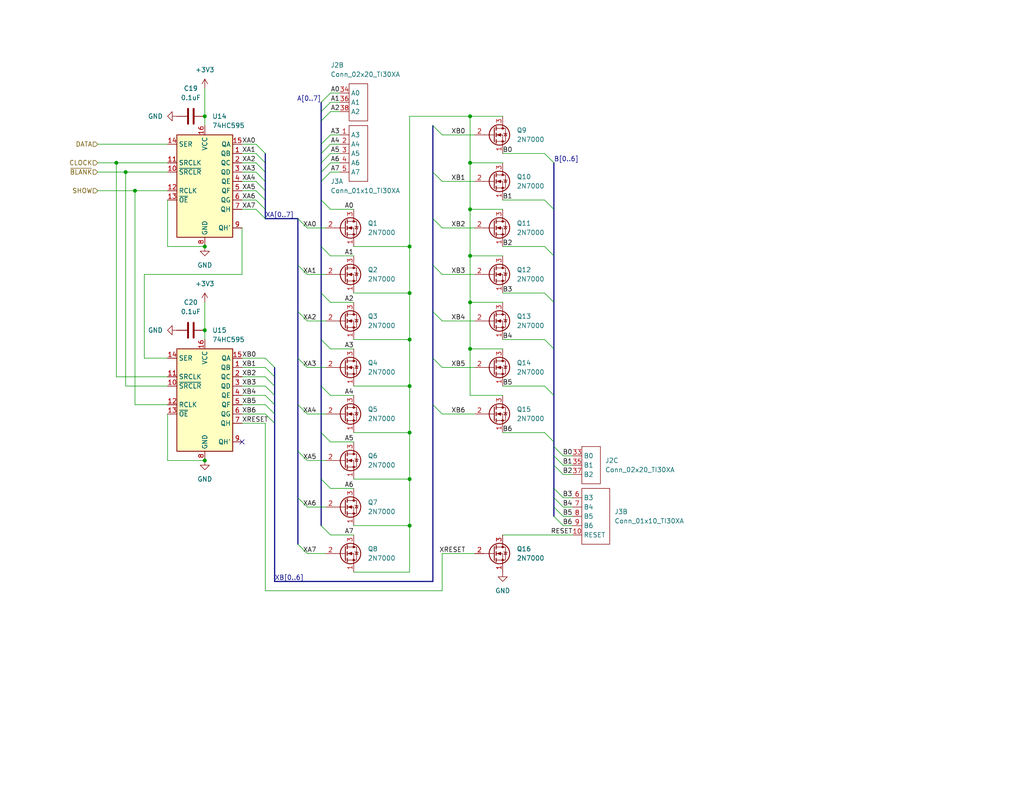
<source format=kicad_sch>
(kicad_sch (version 20211123) (generator eeschema)
  (paper "USLetter")
  (lib_symbols
    (symbol "74xx:74HC595"
      (property "Reference" "U" (at -7.62 13.97 0))
      (property "Value" "74HC595" (at -7.62 -16.51 0))
      (symbol "74HC595_1_0"
        (pin tri_state line (at 10.16 7.62 180) (length 2.54) (name "QB") (number "1"))
        (pin input line (at -10.16 2.54 0) (length 2.54) (name "~{SRCLR}") (number "10"))
        (pin input line (at -10.16 5.08 0) (length 2.54) (name "SRCLK") (number "11"))
        (pin input line (at -10.16 -2.54 0) (length 2.54) (name "RCLK") (number "12"))
        (pin input line (at -10.16 -5.08 0) (length 2.54) (name "~{OE}") (number "13"))
        (pin input line (at -10.16 10.16 0) (length 2.54) (name "SER") (number "14"))
        (pin tri_state line (at 10.16 10.16 180) (length 2.54) (name "QA") (number "15"))
        (pin power_in line (at 0 15.24 270) (length 2.54) (name "VCC") (number "16"))
        (pin tri_state line (at 10.16 5.08 180) (length 2.54) (name "QC") (number "2"))
        (pin tri_state line (at 10.16 2.54 180) (length 2.54) (name "QD") (number "3"))
        (pin tri_state line (at 10.16 0 180) (length 2.54) (name "QE") (number "4"))
        (pin tri_state line (at 10.16 -2.54 180) (length 2.54) (name "QF") (number "5"))
        (pin tri_state line (at 10.16 -5.08 180) (length 2.54) (name "QG") (number "6"))
        (pin tri_state line (at 10.16 -7.62 180) (length 2.54) (name "QH") (number "7"))
        (pin power_in line (at 0 -17.78 90) (length 2.54) (name "GND") (number "8"))
        (pin output line (at 10.16 -12.7 180) (length 2.54) (name "QH'") (number "9"))
      )
      (symbol "74HC595_1_1"
        (rectangle (start -7.62 12.7) (end 7.62 -15.24) (stroke (width 0.254)) (fill (type background)))
      )
    )
    (symbol "Device:C" (pin_numbers hide) (pin_names (offset 0.254))
      (property "Reference" "C" (at 0.635 2.54 0))
      (property "Value" "C" (at 0.635 -2.54 0))
      (symbol "C_0_1"
        (polyline (pts (xy -2.032 -0.762) (xy 2.032 -0.762)) (stroke (width 0.508)))
        (polyline (pts (xy -2.032 0.762) (xy 2.032 0.762)) (stroke (width 0.508)))
      )
      (symbol "C_1_1"
        (pin passive line (at 0 3.81 270) (length 2.794) (name "~") (number "1"))
        (pin passive line (at 0 -3.81 90) (length 2.794) (name "~") (number "2"))
      )
    )
    (symbol "Transistor_FET:2N7000" (pin_names hide)
      (property "Reference" "Q" (at 5.08 1.905 0))
      (property "Value" "2N7000" (at 5.08 0 0))
      (symbol "2N7000_0_1"
        (polyline (pts (xy 0.254 0) (xy -2.54 0)))
        (polyline (pts (xy 0.254 1.905) (xy 0.254 -1.905)) (stroke (width 0.254)))
        (polyline (pts (xy 0.762 -1.27) (xy 0.762 -2.286)) (stroke (width 0.254)))
        (polyline (pts (xy 0.762 0.508) (xy 0.762 -0.508)) (stroke (width 0.254)))
        (polyline (pts (xy 0.762 2.286) (xy 0.762 1.27)) (stroke (width 0.254)))
        (polyline (pts (xy 2.54 2.54) (xy 2.54 1.778)))
        (polyline (pts (xy 2.54 -2.54) (xy 2.54 0) (xy 0.762 0)))
        (polyline (pts (xy 0.762 -1.778) (xy 3.302 -1.778) (xy 3.302 1.778) (xy 0.762 1.778)))
        (polyline (pts (xy 1.016 0) (xy 2.032 0.381) (xy 2.032 -0.381) (xy 1.016 0)) (fill (type outline)))
        (polyline (pts (xy 2.794 0.508) (xy 2.921 0.381) (xy 3.683 0.381) (xy 3.81 0.254)))
        (polyline (pts (xy 3.302 0.381) (xy 2.921 -0.254) (xy 3.683 -0.254) (xy 3.302 0.381)))
        (circle (center 1.651 0) (radius 2.794) (stroke (width 0.254)))
        (circle (center 2.54 -1.778) (radius 0.254) (fill (type outline)))
        (circle (center 2.54 1.778) (radius 0.254) (fill (type outline)))
      )
      (symbol "2N7000_1_1"
        (pin passive line (at 2.54 -5.08 90) (length 2.54) (name "S") (number "1"))
        (pin input line (at -5.08 0 0) (length 2.54) (name "G") (number "2"))
        (pin passive line (at 2.54 5.08 270) (length 2.54) (name "D") (number "3"))
      )
    )
    (symbol "custom_connetors:Conn_01x10_TI30XA"
      (property "Reference" "J" (at 5.08 3.81 0))
      (property "Value" "Conn_01x10_TI30XA" (at 13.97 6.35 0))
      (symbol "Conn_01x10_TI30XA_1_1"
        (rectangle (start -2.54 -7.62) (end 2.54 7.62))
        (pin input line (at -5.08 5.08 0) (length 2.54) (name "A3") (number "1"))
        (pin input line (at -5.08 2.54 0) (length 2.54) (name "A4") (number "2"))
        (pin input line (at -5.08 0 0) (length 2.54) (name "A5") (number "3"))
        (pin input line (at -5.08 -2.54 0) (length 2.54) (name "A6") (number "4"))
        (pin input line (at -5.08 -5.08 0) (length 2.54) (name "A7") (number "5"))
      )
      (symbol "Conn_01x10_TI30XA_2_1"
        (rectangle (start -3.81 7.62) (end 3.81 -7.62))
        (pin input line (at -6.35 -5.08 0) (length 2.54) (name "RESET") (number "10"))
        (pin input line (at -6.35 5.08 0) (length 2.54) (name "B3") (number "6"))
        (pin input line (at -6.35 2.54 0) (length 2.54) (name "B4") (number "7"))
        (pin input line (at -6.35 0 0) (length 2.54) (name "B5") (number "8"))
        (pin input line (at -6.35 -2.54 0) (length 2.54) (name "B6") (number "9"))
      )
    )
    (symbol "custom_connetors:Conn_02x20_TI30XA"
      (property "Reference" "J" (at -24.13 5.08 0))
      (property "Value" "Conn_02x20_TI30XA" (at -15.24 7.62 0))
      (symbol "Conn_02x20_TI30XA_1_1"
        (rectangle (start -2.54 6.35) (end 2.54 -6.35))
        (pin power_in line (at 0 8.89 270) (length 2.54) (name "B+") (number "39"))
        (pin power_in line (at 0 -8.89 90) (length 2.54) (name "GND") (number "40"))
      )
      (symbol "Conn_02x20_TI30XA_2_1"
        (rectangle (start -2.54 5.08) (end 2.54 -5.08))
        (pin input line (at -5.08 2.54 0) (length 2.54) (name "A0") (number "34"))
        (pin input line (at -5.08 0 0) (length 2.54) (name "A1") (number "36"))
        (pin input line (at -5.08 -2.54 0) (length 2.54) (name "A2") (number "38"))
      )
      (symbol "Conn_02x20_TI30XA_3_1"
        (rectangle (start -2.54 5.08) (end 2.54 -5.08))
        (pin input line (at -5.08 2.54 0) (length 2.54) (name "B0") (number "33"))
        (pin input line (at -5.08 0 0) (length 2.54) (name "B1") (number "35"))
        (pin input line (at -5.08 -2.54 0) (length 2.54) (name "B2") (number "37"))
      )
      (symbol "Conn_02x20_TI30XA_4_1"
        (rectangle (start 5.08 43.18) (end -5.08 -43.18))
        (pin output line (at 7.62 -38.1 180) (length 2.54) (name "LCD_31") (number "1"))
        (pin output line (at 7.62 -20.32 180) (length 2.54) (name "LCD_24") (number "10"))
        (pin output line (at 7.62 -12.7 180) (length 2.54) (name "LCD_21") (number "11"))
        (pin output line (at 7.62 -15.24 180) (length 2.54) (name "LCD_22") (number "12"))
        (pin output line (at 7.62 -7.62 180) (length 2.54) (name "LCD_19") (number "13"))
        (pin output line (at 7.62 -10.16 180) (length 2.54) (name "LCD_20") (number "14"))
        (pin output line (at 7.62 -2.54 180) (length 2.54) (name "LCD_17") (number "15"))
        (pin output line (at 7.62 -5.08 180) (length 2.54) (name "LCD_18") (number "16"))
        (pin output line (at 7.62 2.54 180) (length 2.54) (name "LCD_15") (number "17"))
        (pin output line (at 7.62 0 180) (length 2.54) (name "LCD_16") (number "18"))
        (pin output line (at 7.62 7.62 180) (length 2.54) (name "LCD_13") (number "19"))
        (pin output line (at 7.62 -40.64 180) (length 2.54) (name "LCD_32") (number "2"))
        (pin output line (at 7.62 5.08 180) (length 2.54) (name "LCD_14") (number "20"))
        (pin output line (at 7.62 12.7 180) (length 2.54) (name "LCD_11") (number "21"))
        (pin output line (at 7.62 10.16 180) (length 2.54) (name "LCD_12") (number "22"))
        (pin output line (at 7.62 17.78 180) (length 2.54) (name "LCD_9") (number "23"))
        (pin output line (at 7.62 15.24 180) (length 2.54) (name "LCD_10") (number "24"))
        (pin output line (at 7.62 22.86 180) (length 2.54) (name "LCD_7") (number "25"))
        (pin output line (at 7.62 20.32 180) (length 2.54) (name "LCD_8") (number "26"))
        (pin output line (at 7.62 27.94 180) (length 2.54) (name "LCD_5") (number "27"))
        (pin output line (at 7.62 25.4 180) (length 2.54) (name "LCD_6") (number "28"))
        (pin output line (at 7.62 35.56 180) (length 2.54) (name "LCD_3(A)") (number "29"))
        (pin output line (at 7.62 -33.02 180) (length 2.54) (name "LCD_29") (number "3"))
        (pin output line (at 7.62 33.02 180) (length 2.54) (name "LCD_4(B)") (number "30"))
        (pin output line (at 7.62 40.64 180) (length 2.54) (name "LCD_1(D)") (number "31"))
        (pin output line (at 7.62 38.1 180) (length 2.54) (name "LCD_2(C)") (number "32"))
        (pin output line (at 7.62 -35.56 180) (length 2.54) (name "LCD_30") (number "4"))
        (pin output line (at 7.62 -27.94 180) (length 2.54) (name "LCD_27") (number "5"))
        (pin output line (at 7.62 -30.48 180) (length 2.54) (name "LCD_28") (number "6"))
        (pin output line (at 7.62 -22.86 180) (length 2.54) (name "LCD_25") (number "7"))
        (pin output line (at 7.62 -25.4 180) (length 2.54) (name "LCD_26") (number "8"))
        (pin output line (at 7.62 -17.78 180) (length 2.54) (name "LCD_23") (number "9"))
      )
    )
    (symbol "power:+3V3" (power) (pin_names (offset 0))
      (property "Value" "+3V3" (at 0 3.556 0))
      (symbol "+3V3_0_1"
        (polyline (pts (xy -0.762 1.27) (xy 0 2.54)))
        (polyline (pts (xy 0 0) (xy 0 2.54)))
        (polyline (pts (xy 0 2.54) (xy 0.762 1.27)))
      )
      (symbol "+3V3_1_1"
        (pin power_in line (at 0 0 90) (length 0) hide (name "+3V3") (number "1"))
      )
    )
    (symbol "power:GND" (power) (pin_names (offset 0))
      (property "Value" "GND" (at 0 -3.81 0))
      (symbol "GND_0_1"
        (polyline (pts (xy 0 0) (xy 0 -1.27) (xy 1.27 -1.27) (xy 0 -2.54) (xy -1.27 -1.27) (xy 0 -1.27)))
      )
      (symbol "GND_1_1"
        (pin power_in line (at 0 0 270) (length 0) hide (name "GND") (number "1"))
      )
    )
  )
  (junction (at 111.76 105.41))
  (junction (at 36.83 52.07))
  (junction (at 128.27 95.25))
  (junction (at 111.76 130.81))
  (junction (at 111.76 118.11))
  (junction (at 34.29 46.99))
  (junction (at 128.27 31.75))
  (junction (at 111.76 67.31))
  (junction (at 128.27 69.85))
  (junction (at 128.27 57.15))
  (junction (at 128.27 44.45))
  (junction (at 111.76 143.51))
  (junction (at 111.76 92.71))
  (junction (at 55.88 31.75))
  (junction (at 55.88 67.31))
  (junction (at 55.88 90.17))
  (junction (at 55.88 125.73))
  (junction (at 128.27 82.55))
  (junction (at 31.75 44.45))
  (junction (at 111.76 80.01))
  (no_connect (at 66.04 120.65))
  (bus_entry (at 148.59 41.91) (size 2.54 2.54))
  (bus_entry (at 148.59 54.61) (size 2.54 2.54))
  (bus_entry (at 148.59 67.31) (size 2.54 2.54))
  (bus_entry (at 148.59 105.41) (size 2.54 2.54))
  (bus_entry (at 148.59 92.71) (size 2.54 2.54))
  (bus_entry (at 148.59 118.11) (size 2.54 2.54))
  (bus_entry (at 148.59 80.01) (size 2.54 2.54))
  (bus_entry (at 83.82 151.13) (size -2.54 -2.54))
  (bus_entry (at 83.82 62.23) (size -2.54 -2.54))
  (bus_entry (at 83.82 100.33) (size -2.54 -2.54))
  (bus_entry (at 83.82 74.93) (size -2.54 -2.54))
  (bus_entry (at 83.82 87.63) (size -2.54 -2.54))
  (bus_entry (at 83.82 138.43) (size -2.54 -2.54))
  (bus_entry (at 83.82 125.73) (size -2.54 -2.54))
  (bus_entry (at 83.82 113.03) (size -2.54 -2.54))
  (bus_entry (at 90.17 36.83) (size -2.54 2.54))
  (bus_entry (at 153.67 138.43) (size -2.54 -2.54))
  (bus_entry (at 153.67 135.89) (size -2.54 -2.54))
  (bus_entry (at 153.67 124.46) (size -2.54 -2.54))
  (bus_entry (at 153.67 127) (size -2.54 -2.54))
  (bus_entry (at 153.67 129.54) (size -2.54 -2.54))
  (bus_entry (at 153.67 140.97) (size -2.54 -2.54))
  (bus_entry (at 153.67 143.51) (size -2.54 -2.54))
  (bus_entry (at 69.85 41.91) (size 2.54 2.54))
  (bus_entry (at 90.17 30.48) (size -2.54 2.54))
  (bus_entry (at 72.39 102.87) (size 2.54 2.54))
  (bus_entry (at 72.39 97.79) (size 2.54 2.54))
  (bus_entry (at 90.17 44.45) (size -2.54 2.54))
  (bus_entry (at 69.85 54.61) (size 2.54 2.54))
  (bus_entry (at 118.11 34.29) (size 2.54 2.54))
  (bus_entry (at 118.11 59.69) (size 2.54 2.54))
  (bus_entry (at 118.11 46.99) (size 2.54 2.54))
  (bus_entry (at 118.11 110.49) (size 2.54 2.54))
  (bus_entry (at 118.11 97.79) (size 2.54 2.54))
  (bus_entry (at 118.11 72.39) (size 2.54 2.54))
  (bus_entry (at 118.11 85.09) (size 2.54 2.54))
  (bus_entry (at 72.39 110.49) (size 2.54 2.54))
  (bus_entry (at 72.39 105.41) (size 2.54 2.54))
  (bus_entry (at 69.85 39.37) (size 2.54 2.54))
  (bus_entry (at 72.39 107.95) (size 2.54 2.54))
  (bus_entry (at 72.39 100.33) (size 2.54 2.54))
  (bus_entry (at 69.85 52.07) (size 2.54 2.54))
  (bus_entry (at 90.17 46.99) (size -2.54 2.54))
  (bus_entry (at 69.85 44.45) (size 2.54 2.54))
  (bus_entry (at 72.39 113.03) (size 2.54 2.54))
  (bus_entry (at 90.17 39.37) (size -2.54 2.54))
  (bus_entry (at 90.17 41.91) (size -2.54 2.54))
  (bus_entry (at 69.85 57.15) (size 2.54 2.54))
  (bus_entry (at 69.85 46.99) (size 2.54 2.54))
  (bus_entry (at 69.85 49.53) (size 2.54 2.54))
  (bus_entry (at 87.63 143.51) (size 2.54 2.54))
  (bus_entry (at 87.63 67.31) (size 2.54 2.54))
  (bus_entry (at 87.63 80.01) (size 2.54 2.54))
  (bus_entry (at 87.63 105.41) (size 2.54 2.54))
  (bus_entry (at 87.63 54.61) (size 2.54 2.54))
  (bus_entry (at 87.63 92.71) (size 2.54 2.54))
  (bus_entry (at 87.63 130.81) (size 2.54 2.54))
  (bus_entry (at 87.63 118.11) (size 2.54 2.54))
  (bus_entry (at 90.17 27.94) (size -2.54 2.54))
  (bus_entry (at 90.17 25.4) (size -2.54 2.54))
  (wire (pts (xy 128.27 44.45) (xy 128.27 57.15)))
  (wire (pts (xy 153.67 143.51) (xy 156.21 143.51)))
  (wire (pts (xy 90.17 39.37) (xy 92.71 39.37)))
  (wire (pts (xy 111.76 31.75) (xy 111.76 67.31)))
  (bus (pts (xy 151.13 95.25) (xy 151.13 82.55)))
  (wire (pts (xy 90.17 46.99) (xy 92.71 46.99)))
  (wire (pts (xy 128.27 57.15) (xy 128.27 69.85)))
  (bus (pts (xy 87.63 39.37) (xy 87.63 41.91)))
  (wire (pts (xy 55.88 90.17) (xy 55.88 92.71)))
  (wire (pts (xy 137.16 41.91) (xy 148.59 41.91)))
  (wire (pts (xy 26.67 46.99) (xy 34.29 46.99)))
  (wire (pts (xy 90.17 41.91) (xy 92.71 41.91)))
  (wire (pts (xy 96.52 92.71) (xy 111.76 92.71)))
  (bus (pts (xy 72.39 46.99) (xy 72.39 49.53)))
  (bus (pts (xy 151.13 133.35) (xy 151.13 135.89)))
  (wire (pts (xy 90.17 146.05) (xy 96.52 146.05)))
  (wire (pts (xy 111.76 118.11) (xy 111.76 105.41)))
  (wire (pts (xy 83.82 113.03) (xy 88.9 113.03)))
  (wire (pts (xy 128.27 57.15) (xy 137.16 57.15)))
  (bus (pts (xy 81.28 72.39) (xy 81.28 85.09)))
  (wire (pts (xy 90.17 69.85) (xy 96.52 69.85)))
  (wire (pts (xy 83.82 125.73) (xy 88.9 125.73)))
  (bus (pts (xy 151.13 127) (xy 151.13 133.35)))
  (bus (pts (xy 72.39 54.61) (xy 72.39 57.15)))
  (wire (pts (xy 55.88 24.13) (xy 55.88 31.75)))
  (wire (pts (xy 137.16 118.11) (xy 148.59 118.11)))
  (bus (pts (xy 151.13 138.43) (xy 151.13 140.97)))
  (wire (pts (xy 66.04 113.03) (xy 72.39 113.03)))
  (bus (pts (xy 72.39 44.45) (xy 72.39 46.99)))
  (bus (pts (xy 118.11 59.69) (xy 118.11 72.39)))
  (wire (pts (xy 90.17 57.15) (xy 96.52 57.15)))
  (wire (pts (xy 31.75 102.87) (xy 31.75 44.45)))
  (bus (pts (xy 118.11 97.79) (xy 118.11 110.49)))
  (wire (pts (xy 55.88 31.75) (xy 55.88 34.29)))
  (wire (pts (xy 90.17 44.45) (xy 92.71 44.45)))
  (bus (pts (xy 81.28 123.19) (xy 81.28 135.89)))
  (bus (pts (xy 74.93 102.87) (xy 74.93 105.41)))
  (bus (pts (xy 81.28 135.89) (xy 81.28 148.59)))
  (bus (pts (xy 151.13 135.89) (xy 151.13 138.43)))
  (bus (pts (xy 81.28 85.09) (xy 81.28 97.79)))
  (wire (pts (xy 66.04 46.99) (xy 69.85 46.99)))
  (wire (pts (xy 66.04 100.33) (xy 72.39 100.33)))
  (wire (pts (xy 96.52 118.11) (xy 111.76 118.11)))
  (wire (pts (xy 55.88 82.55) (xy 55.88 90.17)))
  (wire (pts (xy 120.65 100.33) (xy 129.54 100.33)))
  (bus (pts (xy 118.11 46.99) (xy 118.11 59.69)))
  (wire (pts (xy 45.72 105.41) (xy 34.29 105.41)))
  (wire (pts (xy 34.29 46.99) (xy 45.72 46.99)))
  (wire (pts (xy 128.27 69.85) (xy 128.27 82.55)))
  (wire (pts (xy 26.67 44.45) (xy 31.75 44.45)))
  (wire (pts (xy 39.37 74.93) (xy 39.37 97.79)))
  (bus (pts (xy 72.39 52.07) (xy 72.39 54.61)))
  (wire (pts (xy 90.17 133.35) (xy 96.52 133.35)))
  (bus (pts (xy 118.11 85.09) (xy 118.11 97.79)))
  (wire (pts (xy 34.29 105.41) (xy 34.29 46.99)))
  (bus (pts (xy 87.63 118.11) (xy 87.63 130.81)))
  (bus (pts (xy 151.13 69.85) (xy 151.13 57.15)))
  (wire (pts (xy 90.17 27.94) (xy 92.71 27.94)))
  (wire (pts (xy 120.65 87.63) (xy 129.54 87.63)))
  (bus (pts (xy 87.63 92.71) (xy 87.63 105.41)))
  (wire (pts (xy 66.04 102.87) (xy 72.39 102.87)))
  (wire (pts (xy 153.67 140.97) (xy 156.21 140.97)))
  (wire (pts (xy 137.16 31.75) (xy 128.27 31.75)))
  (wire (pts (xy 66.04 52.07) (xy 69.85 52.07)))
  (wire (pts (xy 45.72 125.73) (xy 55.88 125.73)))
  (bus (pts (xy 81.28 97.79) (xy 81.28 110.49)))
  (bus (pts (xy 87.63 49.53) (xy 87.63 54.61)))
  (wire (pts (xy 153.67 127) (xy 156.21 127)))
  (wire (pts (xy 111.76 130.81) (xy 111.76 118.11)))
  (wire (pts (xy 83.82 87.63) (xy 88.9 87.63)))
  (bus (pts (xy 87.63 41.91) (xy 87.63 44.45)))
  (wire (pts (xy 90.17 36.83) (xy 92.71 36.83)))
  (wire (pts (xy 36.83 110.49) (xy 45.72 110.49)))
  (wire (pts (xy 120.65 161.29) (xy 120.65 151.13)))
  (wire (pts (xy 26.67 52.07) (xy 36.83 52.07)))
  (bus (pts (xy 118.11 110.49) (xy 118.11 158.75)))
  (wire (pts (xy 66.04 115.57) (xy 72.39 115.57)))
  (wire (pts (xy 90.17 120.65) (xy 96.52 120.65)))
  (wire (pts (xy 120.65 49.53) (xy 129.54 49.53)))
  (wire (pts (xy 90.17 82.55) (xy 96.52 82.55)))
  (wire (pts (xy 128.27 107.95) (xy 137.16 107.95)))
  (bus (pts (xy 87.63 33.02) (xy 87.63 39.37)))
  (wire (pts (xy 66.04 74.93) (xy 39.37 74.93)))
  (bus (pts (xy 87.63 67.31) (xy 87.63 80.01)))
  (bus (pts (xy 151.13 120.65) (xy 151.13 121.92)))
  (bus (pts (xy 151.13 82.55) (xy 151.13 69.85)))
  (wire (pts (xy 128.27 69.85) (xy 137.16 69.85)))
  (bus (pts (xy 87.63 54.61) (xy 87.63 67.31)))
  (wire (pts (xy 66.04 39.37) (xy 69.85 39.37)))
  (wire (pts (xy 66.04 107.95) (xy 72.39 107.95)))
  (wire (pts (xy 111.76 80.01) (xy 96.52 80.01)))
  (bus (pts (xy 87.63 80.01) (xy 87.63 92.71)))
  (wire (pts (xy 120.65 151.13) (xy 129.54 151.13)))
  (wire (pts (xy 111.76 67.31) (xy 111.76 80.01)))
  (bus (pts (xy 151.13 107.95) (xy 151.13 95.25)))
  (wire (pts (xy 66.04 54.61) (xy 69.85 54.61)))
  (wire (pts (xy 111.76 92.71) (xy 111.76 80.01)))
  (bus (pts (xy 74.93 115.57) (xy 74.93 158.75)))
  (wire (pts (xy 128.27 95.25) (xy 128.27 107.95)))
  (bus (pts (xy 87.63 30.48) (xy 87.63 33.02)))
  (wire (pts (xy 137.16 54.61) (xy 148.59 54.61)))
  (wire (pts (xy 66.04 44.45) (xy 69.85 44.45)))
  (wire (pts (xy 83.82 100.33) (xy 88.9 100.33)))
  (wire (pts (xy 153.67 135.89) (xy 156.21 135.89)))
  (bus (pts (xy 74.93 107.95) (xy 74.93 110.49)))
  (bus (pts (xy 151.13 121.92) (xy 151.13 124.46)))
  (bus (pts (xy 72.39 59.69) (xy 81.28 59.69)))
  (wire (pts (xy 128.27 95.25) (xy 137.16 95.25)))
  (wire (pts (xy 66.04 49.53) (xy 69.85 49.53)))
  (wire (pts (xy 66.04 110.49) (xy 72.39 110.49)))
  (bus (pts (xy 87.63 27.94) (xy 87.63 30.48)))
  (wire (pts (xy 45.72 52.07) (xy 36.83 52.07)))
  (wire (pts (xy 31.75 44.45) (xy 45.72 44.45)))
  (bus (pts (xy 74.93 110.49) (xy 74.93 113.03)))
  (wire (pts (xy 66.04 41.91) (xy 69.85 41.91)))
  (wire (pts (xy 66.04 62.23) (xy 66.04 74.93)))
  (wire (pts (xy 66.04 105.41) (xy 72.39 105.41)))
  (bus (pts (xy 74.93 113.03) (xy 74.93 115.57)))
  (wire (pts (xy 83.82 62.23) (xy 88.9 62.23)))
  (bus (pts (xy 151.13 124.46) (xy 151.13 127)))
  (bus (pts (xy 74.93 105.41) (xy 74.93 107.95)))
  (wire (pts (xy 137.16 146.05) (xy 156.21 146.05)))
  (wire (pts (xy 111.76 156.21) (xy 111.76 143.51)))
  (wire (pts (xy 96.52 130.81) (xy 111.76 130.81)))
  (bus (pts (xy 72.39 49.53) (xy 72.39 52.07)))
  (bus (pts (xy 87.63 130.81) (xy 87.63 143.51)))
  (wire (pts (xy 153.67 129.54) (xy 156.21 129.54)))
  (wire (pts (xy 72.39 115.57) (xy 72.39 161.29)))
  (bus (pts (xy 87.63 105.41) (xy 87.63 118.11)))
  (wire (pts (xy 45.72 102.87) (xy 31.75 102.87)))
  (wire (pts (xy 153.67 138.43) (xy 156.21 138.43)))
  (wire (pts (xy 96.52 156.21) (xy 111.76 156.21)))
  (wire (pts (xy 66.04 57.15) (xy 69.85 57.15)))
  (wire (pts (xy 90.17 30.48) (xy 92.71 30.48)))
  (wire (pts (xy 83.82 151.13) (xy 88.9 151.13)))
  (wire (pts (xy 90.17 107.95) (xy 96.52 107.95)))
  (bus (pts (xy 74.93 158.75) (xy 118.11 158.75)))
  (wire (pts (xy 72.39 161.29) (xy 120.65 161.29)))
  (wire (pts (xy 120.65 36.83) (xy 129.54 36.83)))
  (bus (pts (xy 72.39 41.91) (xy 72.39 44.45)))
  (bus (pts (xy 118.11 72.39) (xy 118.11 85.09)))
  (bus (pts (xy 74.93 100.33) (xy 74.93 102.87)))
  (wire (pts (xy 111.76 31.75) (xy 128.27 31.75)))
  (wire (pts (xy 120.65 62.23) (xy 129.54 62.23)))
  (wire (pts (xy 111.76 143.51) (xy 111.76 130.81)))
  (bus (pts (xy 72.39 57.15) (xy 72.39 59.69)))
  (wire (pts (xy 96.52 67.31) (xy 111.76 67.31)))
  (wire (pts (xy 120.65 74.93) (xy 129.54 74.93)))
  (wire (pts (xy 137.16 105.41) (xy 148.59 105.41)))
  (bus (pts (xy 151.13 57.15) (xy 151.13 44.45)))
  (wire (pts (xy 83.82 138.43) (xy 88.9 138.43)))
  (wire (pts (xy 128.27 82.55) (xy 137.16 82.55)))
  (wire (pts (xy 45.72 67.31) (xy 55.88 67.31)))
  (wire (pts (xy 137.16 67.31) (xy 148.59 67.31)))
  (wire (pts (xy 128.27 44.45) (xy 137.16 44.45)))
  (wire (pts (xy 137.16 92.71) (xy 148.59 92.71)))
  (wire (pts (xy 128.27 31.75) (xy 128.27 44.45)))
  (bus (pts (xy 151.13 120.65) (xy 151.13 107.95)))
  (wire (pts (xy 66.04 97.79) (xy 72.39 97.79)))
  (wire (pts (xy 128.27 82.55) (xy 128.27 95.25)))
  (wire (pts (xy 96.52 105.41) (xy 111.76 105.41)))
  (bus (pts (xy 81.28 110.49) (xy 81.28 123.19)))
  (wire (pts (xy 36.83 52.07) (xy 36.83 110.49)))
  (wire (pts (xy 83.82 74.93) (xy 88.9 74.93)))
  (bus (pts (xy 87.63 44.45) (xy 87.63 46.99)))
  (wire (pts (xy 111.76 105.41) (xy 111.76 92.71)))
  (wire (pts (xy 39.37 97.79) (xy 45.72 97.79)))
  (bus (pts (xy 81.28 59.69) (xy 81.28 72.39)))
  (bus (pts (xy 118.11 34.29) (xy 118.11 46.99)))
  (wire (pts (xy 45.72 54.61) (xy 45.72 67.31)))
  (wire (pts (xy 26.67 39.37) (xy 45.72 39.37)))
  (wire (pts (xy 120.65 113.03) (xy 129.54 113.03)))
  (wire (pts (xy 90.17 25.4) (xy 92.71 25.4)))
  (bus (pts (xy 87.63 46.99) (xy 87.63 49.53)))
  (wire (pts (xy 137.16 80.01) (xy 148.59 80.01)))
  (wire (pts (xy 90.17 95.25) (xy 96.52 95.25)))
  (wire (pts (xy 153.67 124.46) (xy 156.21 124.46)))
  (wire (pts (xy 96.52 143.51) (xy 111.76 143.51)))
  (wire (pts (xy 45.72 113.03) (xy 45.72 125.73)))
  (label "XA5" (at 66.04 52.07 0))
  (label "RESET" (at 156.21 146.05 180))
  (label "B2" (at 137.16 67.31 0))
  (label "XA6" (at 66.04 54.61 0))
  (label "A[0..7]" (at 87.63 27.94 180))
  (label "XA6" (at 86.36 138.43 180))
  (label "A6" (at 96.52 133.35 180))
  (label "B4" (at 137.16 92.71 0))
  (label "A0" (at 96.52 57.15 180))
  (label "A2" (at 96.52 82.55 180))
  (label "XB6" (at 127 113.03 180))
  (label "B6" (at 137.16 118.11 0))
  (label "A6" (at 92.71 44.45 180))
  (label "XB5" (at 127 100.33 180))
  (label "A5" (at 96.52 120.65 180))
  (label "XB2" (at 127 62.23 180))
  (label "XA3" (at 86.36 100.33 180))
  (label "XA2" (at 66.04 44.45 0))
  (label "XB4" (at 127 87.63 180))
  (label "B6" (at 156.21 143.51 180))
  (label "A4" (at 96.52 107.95 180))
  (label "XA0" (at 66.04 39.37 0))
  (label "A5" (at 92.71 41.91 180))
  (label "XA4" (at 66.04 49.53 0))
  (label "XB4" (at 66.04 107.95 0))
  (label "A0" (at 92.71 25.4 180))
  (label "A7" (at 96.52 146.05 180))
  (label "B4" (at 156.21 138.43 180))
  (label "A2" (at 92.71 30.48 180))
  (label "XA[0..7]" (at 72.39 59.69 0))
  (label "B1" (at 137.16 54.61 0))
  (label "A3" (at 96.52 95.25 180))
  (label "B[0..6]" (at 151.13 44.45 0))
  (label "A4" (at 92.71 39.37 180))
  (label "XB0" (at 66.04 97.79 0))
  (label "B0" (at 137.16 41.91 0))
  (label "XA5" (at 86.36 125.73 180))
  (label "B1" (at 156.21 127 180))
  (label "XB3" (at 66.04 105.41 0))
  (label "XB1" (at 127 49.53 180))
  (label "XA1" (at 66.04 41.91 0))
  (label "XB[0..6]" (at 74.93 158.75 0))
  (label "A1" (at 92.71 27.94 180))
  (label "A1" (at 96.52 69.85 180))
  (label "XB0" (at 127 36.83 180))
  (label "XA7" (at 86.36 151.13 180))
  (label "B5" (at 137.16 105.41 0))
  (label "XA2" (at 86.36 87.63 180))
  (label "XB5" (at 66.04 110.49 0))
  (label "XB2" (at 66.04 102.87 0))
  (label "XRESET" (at 66.04 115.57 0))
  (label "B0" (at 156.21 124.46 180))
  (label "B3" (at 137.16 80.01 0))
  (label "XA1" (at 86.36 74.93 180))
  (label "XB1" (at 66.04 100.33 0))
  (label "XRESET" (at 127 151.13 180))
  (label "A3" (at 92.71 36.83 180))
  (label "XB3" (at 127 74.93 180))
  (label "B3" (at 156.21 135.89 180))
  (label "XA7" (at 66.04 57.15 0))
  (label "B5" (at 156.21 140.97 180))
  (label "XA0" (at 86.36 62.23 180))
  (label "XA4" (at 86.36 113.03 180))
  (label "A7" (at 92.71 46.99 180))
  (label "XA3" (at 66.04 46.99 0))
  (label "XB6" (at 66.04 113.03 0))
  (label "B2" (at 156.21 129.54 180))
  (hierarchical_label "~{BLANK}" (shape input) (at 26.67 46.99 180))
  (hierarchical_label "SHOW" (shape input) (at 26.67 52.07 180))
  (hierarchical_label "DATA" (shape input) (at 26.67 39.37 180))
  (hierarchical_label "CLOCK" (shape input) (at 26.67 44.45 180))
  (symbol (lib_id "custom_connetors:Conn_02x20_TI30XA") (at 161.29 127 0) (unit 3)
    (property "Reference" "J2" (at 165.1 125.7299 0) (effects (justify left)))
    (property "Value" "Conn_02x20_TI30XA" (at 165.1 128.2699 0) (effects (justify left)))
    (property "Footprint" "Connector_IDC:IDC-Header_2x20_P2.54mm_Vertical" (effects hide))
  )
  (symbol (lib_id "Transistor_FET:2N7000") (at 134.62 74.93 0) (unit 1)
    (property "Reference" "Q12" (at 140.97 73.6599 0) (effects (justify left)))
    (property "Value" "2N7000" (at 140.97 76.1999 0) (effects (justify left)))
    (property "Footprint" "Package_TO_SOT_THT:TO-92_Inline" (effects hide))
    (property "Datasheet" "https://www.vishay.com/docs/70226/70226.pdf" (effects hide))
  )
  (symbol (lib_id "Device:C") (at 52.07 31.75 90) (unit 1)
    (property "Reference" "C19" (at 52.07 24.13 90))
    (property "Value" "0.1uF" (at 52.07 26.67 90))
    (property "Footprint" "Capacitor_THT:C_Disc_D3.8mm_W2.6mm_P2.50mm" (effects hide))
  )
  (symbol (lib_id "power:GND") (at 48.26 31.75 270) (unit 1)
    (property "Reference" "#PWR047" (effects hide))
    (property "Value" "GND" (at 44.45 31.7499 90) (effects (justify right)))
  )
  (symbol (lib_id "custom_connetors:Conn_02x20_TI30XA") (at 97.79 27.94 0) (unit 2)
    (property "Reference" "J2" (at 90.17 17.78 0) (effects (justify left)))
    (property "Value" "Conn_02x20_TI30XA" (at 90.17 20.32 0) (effects (justify left)))
    (property "Footprint" "Connector_IDC:IDC-Header_2x20_P2.54mm_Vertical" (effects hide))
  )
  (symbol (lib_id "Transistor_FET:2N7000") (at 134.62 49.53 0) (unit 1)
    (property "Reference" "Q10" (at 140.97 48.2599 0) (effects (justify left)))
    (property "Value" "2N7000" (at 140.97 50.7999 0) (effects (justify left)))
    (property "Footprint" "Package_TO_SOT_THT:TO-92_Inline" (effects hide))
    (property "Datasheet" "https://www.vishay.com/docs/70226/70226.pdf" (effects hide))
  )
  (symbol (lib_id "Transistor_FET:2N7000") (at 134.62 100.33 0) (unit 1)
    (property "Reference" "Q14" (at 140.97 99.0599 0) (effects (justify left)))
    (property "Value" "2N7000" (at 140.97 101.5999 0) (effects (justify left)))
    (property "Footprint" "Package_TO_SOT_THT:TO-92_Inline" (effects hide))
    (property "Datasheet" "https://www.vishay.com/docs/70226/70226.pdf" (effects hide))
  )
  (symbol (lib_id "Transistor_FET:2N7000") (at 93.98 113.03 0) (unit 1)
    (property "Reference" "Q5" (at 100.33 111.7599 0) (effects (justify left)))
    (property "Value" "2N7000" (at 100.33 114.2999 0) (effects (justify left)))
    (property "Footprint" "Package_TO_SOT_THT:TO-92_Inline" (effects hide))
    (property "Datasheet" "https://www.vishay.com/docs/70226/70226.pdf" (effects hide))
  )
  (symbol (lib_id "Transistor_FET:2N7000") (at 93.98 151.13 0) (unit 1)
    (property "Reference" "Q8" (at 100.33 149.8599 0) (effects (justify left)))
    (property "Value" "2N7000" (at 100.33 152.3999 0) (effects (justify left)))
    (property "Footprint" "Package_TO_SOT_THT:TO-92_Inline" (effects hide))
    (property "Datasheet" "https://www.vishay.com/docs/70226/70226.pdf" (effects hide))
  )
  (symbol (lib_id "Transistor_FET:2N7000") (at 93.98 74.93 0) (unit 1)
    (property "Reference" "Q2" (at 100.33 73.6599 0) (effects (justify left)))
    (property "Value" "2N7000" (at 100.33 76.1999 0) (effects (justify left)))
    (property "Footprint" "Package_TO_SOT_THT:TO-92_Inline" (effects hide))
    (property "Datasheet" "https://www.vishay.com/docs/70226/70226.pdf" (effects hide))
  )
  (symbol (lib_id "Transistor_FET:2N7000") (at 134.62 87.63 0) (unit 1)
    (property "Reference" "Q13" (at 140.97 86.3599 0) (effects (justify left)))
    (property "Value" "2N7000" (at 140.97 88.8999 0) (effects (justify left)))
    (property "Footprint" "Package_TO_SOT_THT:TO-92_Inline" (effects hide))
    (property "Datasheet" "https://www.vishay.com/docs/70226/70226.pdf" (effects hide))
  )
  (symbol (lib_id "Transistor_FET:2N7000") (at 134.62 113.03 0) (unit 1)
    (property "Reference" "Q15" (at 140.97 111.7599 0) (effects (justify left)))
    (property "Value" "2N7000" (at 140.97 114.2999 0) (effects (justify left)))
    (property "Footprint" "Package_TO_SOT_THT:TO-92_Inline" (effects hide))
    (property "Datasheet" "https://www.vishay.com/docs/70226/70226.pdf" (effects hide))
  )
  (symbol (lib_id "Device:C") (at 52.07 90.17 270) (unit 1)
    (property "Reference" "C20" (at 52.07 82.55 90))
    (property "Value" "0.1uF" (at 52.07 85.09 90))
    (property "Footprint" "Capacitor_THT:C_Disc_D3.8mm_W2.6mm_P2.50mm" (effects hide))
  )
  (symbol (lib_id "custom_connetors:Conn_01x10_TI30XA") (at 97.79 41.91 0) (unit 1)
    (property "Reference" "J3" (at 90.17 49.53 0) (effects (justify left)))
    (property "Value" "Conn_01x10_TI30XA" (at 90.17 52.07 0) (effects (justify left)))
    (property "Footprint" "Connector_PinHeader_2.54mm:PinHeader_1x10_P2.54mm_Horizontal" (effects hide))
  )
  (symbol (lib_id "power:+3V3") (at 55.88 82.55 0) (unit 1)
    (property "Reference" "#PWR051" (effects hide))
    (property "Value" "+3V3" (at 55.88 77.47 0))
  )
  (symbol (lib_id "power:GND") (at 137.16 156.21 0) (unit 1)
    (property "Reference" "#PWR053" (effects hide))
    (property "Value" "GND" (at 137.16 161.29 0))
  )
  (symbol (lib_id "74xx:74HC595") (at 55.88 49.53 0) (unit 1)
    (property "Reference" "U14" (at 57.8994 31.75 0) (effects (justify left)))
    (property "Value" "74HC595" (at 57.8994 34.29 0) (effects (justify left)))
    (property "Footprint" "Package_DIP:DIP-16_W7.62mm_LongPads" (effects hide))
    (property "Datasheet" "http://www.ti.com/lit/ds/symlink/sn74hc595.pdf" (effects hide))
  )
  (symbol (lib_id "Transistor_FET:2N7000") (at 134.62 62.23 0) (unit 1)
    (property "Reference" "Q11" (at 140.97 60.9599 0) (effects (justify left)))
    (property "Value" "2N7000" (at 140.97 63.4999 0) (effects (justify left)))
    (property "Footprint" "Package_TO_SOT_THT:TO-92_Inline" (effects hide))
    (property "Datasheet" "https://www.vishay.com/docs/70226/70226.pdf" (effects hide))
  )
  (symbol (lib_id "Transistor_FET:2N7000") (at 93.98 100.33 0) (unit 1)
    (property "Reference" "Q4" (at 100.33 99.0599 0) (effects (justify left)))
    (property "Value" "2N7000" (at 100.33 101.5999 0) (effects (justify left)))
    (property "Footprint" "Package_TO_SOT_THT:TO-92_Inline" (effects hide))
    (property "Datasheet" "https://www.vishay.com/docs/70226/70226.pdf" (effects hide))
  )
  (symbol (lib_id "Transistor_FET:2N7000") (at 134.62 36.83 0) (unit 1)
    (property "Reference" "Q9" (at 140.97 35.5599 0) (effects (justify left)))
    (property "Value" "2N7000" (at 140.97 38.0999 0) (effects (justify left)))
    (property "Footprint" "Package_TO_SOT_THT:TO-92_Inline" (effects hide))
    (property "Datasheet" "https://www.vishay.com/docs/70226/70226.pdf" (effects hide))
  )
  (symbol (lib_id "Transistor_FET:2N7000") (at 93.98 87.63 0) (unit 1)
    (property "Reference" "Q3" (at 100.33 86.3599 0) (effects (justify left)))
    (property "Value" "2N7000" (at 100.33 88.8999 0) (effects (justify left)))
    (property "Footprint" "Package_TO_SOT_THT:TO-92_Inline" (effects hide))
    (property "Datasheet" "https://www.vishay.com/docs/70226/70226.pdf" (effects hide))
  )
  (symbol (lib_id "power:+3V3") (at 55.88 24.13 0) (unit 1)
    (property "Reference" "#PWR049" (effects hide))
    (property "Value" "+3V3" (at 55.88 19.05 0))
  )
  (symbol (lib_id "power:GND") (at 48.26 90.17 270) (unit 1)
    (property "Reference" "#PWR048" (effects hide))
    (property "Value" "GND" (at 44.45 90.1699 90) (effects (justify right)))
  )
  (symbol (lib_id "Transistor_FET:2N7000") (at 93.98 138.43 0) (unit 1)
    (property "Reference" "Q7" (at 100.33 137.1599 0) (effects (justify left)))
    (property "Value" "2N7000" (at 100.33 139.6999 0) (effects (justify left)))
    (property "Footprint" "Package_TO_SOT_THT:TO-92_Inline" (effects hide))
    (property "Datasheet" "https://www.vishay.com/docs/70226/70226.pdf" (effects hide))
  )
  (symbol (lib_id "Transistor_FET:2N7000") (at 134.62 151.13 0) (unit 1)
    (property "Reference" "Q16" (at 140.97 149.8599 0) (effects (justify left)))
    (property "Value" "2N7000" (at 140.97 152.3999 0) (effects (justify left)))
    (property "Footprint" "Package_TO_SOT_THT:TO-92_Inline" (effects hide))
    (property "Datasheet" "https://www.vishay.com/docs/70226/70226.pdf" (effects hide))
  )
  (symbol (lib_id "power:GND") (at 55.88 67.31 0) (unit 1)
    (property "Reference" "#PWR050" (effects hide))
    (property "Value" "GND" (at 55.88 72.39 0))
  )
  (symbol (lib_id "Transistor_FET:2N7000") (at 93.98 125.73 0) (unit 1)
    (property "Reference" "Q6" (at 100.33 124.4599 0) (effects (justify left)))
    (property "Value" "2N7000" (at 100.33 126.9999 0) (effects (justify left)))
    (property "Footprint" "Package_TO_SOT_THT:TO-92_Inline" (effects hide))
    (property "Datasheet" "https://www.vishay.com/docs/70226/70226.pdf" (effects hide))
  )
  (symbol (lib_id "power:GND") (at 55.88 125.73 0) (unit 1)
    (property "Reference" "#PWR052" (effects hide))
    (property "Value" "GND" (at 55.88 130.81 0))
  )
  (symbol (lib_id "custom_connetors:Conn_01x10_TI30XA") (at 162.56 140.97 0) (unit 2)
    (property "Reference" "J3" (at 167.64 139.6999 0) (effects (justify left)))
    (property "Value" "Conn_01x10_TI30XA" (at 167.64 142.2399 0) (effects (justify left)))
    (property "Footprint" "Connector_PinHeader_2.54mm:PinHeader_1x10_P2.54mm_Horizontal" (effects hide))
  )
  (symbol (lib_id "Transistor_FET:2N7000") (at 93.98 62.23 0) (unit 1)
    (property "Reference" "Q1" (at 100.33 60.9599 0) (effects (justify left)))
    (property "Value" "2N7000" (at 100.33 63.4999 0) (effects (justify left)))
    (property "Footprint" "Package_TO_SOT_THT:TO-92_Inline" (effects hide))
    (property "Datasheet" "https://www.vishay.com/docs/70226/70226.pdf" (effects hide))
  )
  (symbol (lib_id "74xx:74HC595") (at 55.88 107.95 0) (unit 1)
    (property "Reference" "U15" (at 57.8994 90.17 0) (effects (justify left)))
    (property "Value" "74HC595" (at 57.8994 92.71 0) (effects (justify left)))
    (property "Footprint" "Package_DIP:DIP-16_W7.62mm_LongPads" (effects hide))
    (property "Datasheet" "http://www.ti.com/lit/ds/symlink/sn74hc595.pdf" (effects hide))
  )
)
</source>
